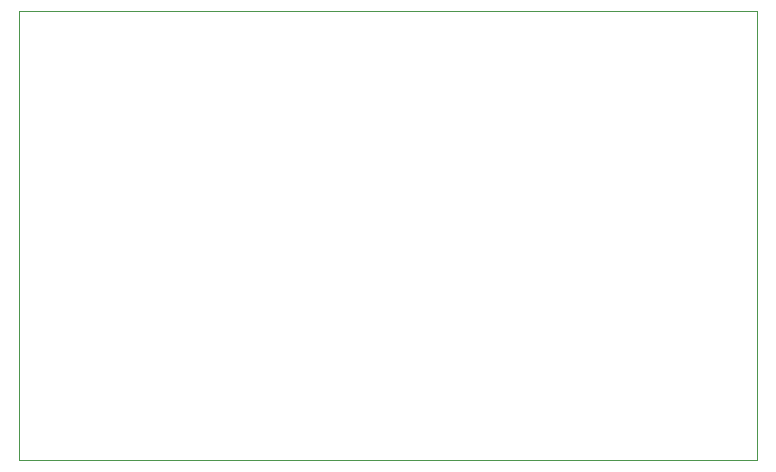
<source format=gbr>
%TF.GenerationSoftware,KiCad,Pcbnew,8.0.2*%
%TF.CreationDate,2024-10-28T21:49:58+01:00*%
%TF.ProjectId,SplitX_2,53706c69-7458-45f3-922e-6b696361645f,rev?*%
%TF.SameCoordinates,Original*%
%TF.FileFunction,Profile,NP*%
%FSLAX46Y46*%
G04 Gerber Fmt 4.6, Leading zero omitted, Abs format (unit mm)*
G04 Created by KiCad (PCBNEW 8.0.2) date 2024-10-28 21:49:58*
%MOMM*%
%LPD*%
G01*
G04 APERTURE LIST*
%TA.AperFunction,Profile*%
%ADD10C,0.100000*%
%TD*%
G04 APERTURE END LIST*
D10*
X191500000Y-37000000D02*
X254000000Y-37000000D01*
X254000000Y-75000000D01*
X191500000Y-75000000D01*
X191500000Y-37000000D01*
M02*

</source>
